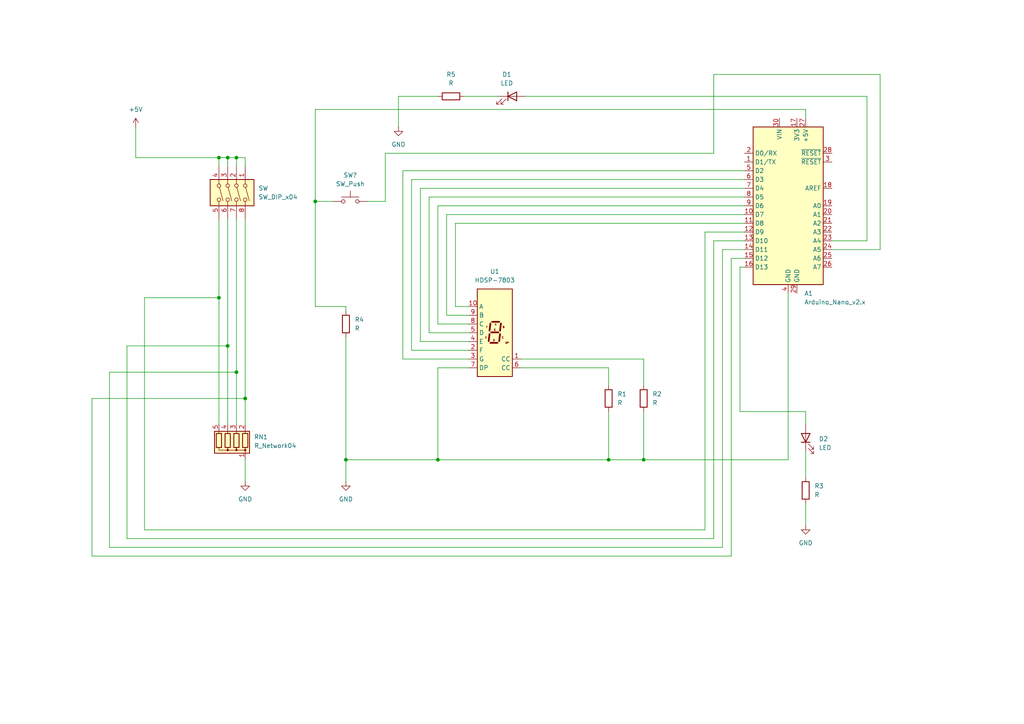
<source format=kicad_sch>
(kicad_sch (version 20250114) (generator "eeschema") (generator_version "9.0")
  (paper "A4")
  (title_block (title "'Ardu-Dice' Project"))
  (lib_symbols
    (symbol "Device:LED" (pin_numbers (hide yes)) (pin_names (offset 1.016) (hide yes))
      (property "Reference" "D" (at 0 2.54 0))
      (property "Value" "LED" (at 0 -2.54 0))
      (symbol "LED_0_1"
        (polyline (pts (xy -3.048 -0.762) (xy -4.572 -2.286) (xy -3.81 -2.286) (xy -4.572 -2.286) (xy -4.572 -1.524)))
        (polyline (pts (xy -1.778 -0.762) (xy -3.302 -2.286) (xy -2.54 -2.286) (xy -3.302 -2.286) (xy -3.302 -1.524)))
        (polyline (pts (xy -1.27 0) (xy 1.27 0)))
        (polyline (pts (xy -1.27 -1.27) (xy -1.27 1.27)) (stroke (width 0.254)))
        (polyline (pts (xy 1.27 -1.27) (xy 1.27 1.27) (xy -1.27 0) (xy 1.27 -1.27)) (stroke (width 0.254)))
      )
      (symbol "LED_1_1"
        (pin passive line (at -3.81 0 0) (length 2.54) (name "K") (number "1"))
        (pin passive line (at 3.81 0 180) (length 2.54) (name "A") (number "2"))
      )
    )
    (symbol "Device:R" (pin_numbers (hide yes)) (pin_names (offset 0))
      (property "Reference" "R" (at 2.032 0 90))
      (property "Value" "R" (at 0 0 90))
      (symbol "R_0_1"
        (rectangle (start -1.016 -2.54) (end 1.016 2.54) (stroke (width 0.254)))
      )
      (symbol "R_1_1"
        (pin passive line (at 0 3.81 270) (length 1.27) (name "~") (number "1"))
        (pin passive line (at 0 -3.81 90) (length 1.27) (name "~") (number "2"))
      )
    )
    (symbol "Device:R_Network04" (pin_names (offset 0) (hide yes))
      (property "Reference" "RN" (at -7.62 0 90))
      (property "Value" "R_Network04" (at 5.08 0 90))
      (symbol "R_Network04_0_1"
        (rectangle (start -6.35 -3.175) (end 3.81 3.175) (stroke (width 0.254)) (fill (type background)))
        (rectangle (start -5.842 1.524) (end -4.318 -2.54) (stroke (width 0.254)))
        (circle (center -5.08 2.286) (radius 0.254) (fill (type outline)))
        (polyline (pts (xy -5.08 1.524) (xy -5.08 2.286) (xy -2.54 2.286) (xy -2.54 1.524)))
        (polyline (pts (xy -5.08 -2.54) (xy -5.08 -3.81)))
        (rectangle (start -3.302 1.524) (end -1.778 -2.54) (stroke (width 0.254)))
        (circle (center -2.54 2.286) (radius 0.254) (fill (type outline)))
        (polyline (pts (xy -2.54 1.524) (xy -2.54 2.286) (xy 0 2.286) (xy 0 1.524)))
        (polyline (pts (xy -2.54 -2.54) (xy -2.54 -3.81)))
        (rectangle (start -0.762 1.524) (end 0.762 -2.54) (stroke (width 0.254)))
        (circle (center 0 2.286) (radius 0.254) (fill (type outline)))
        (polyline (pts (xy 0 1.524) (xy 0 2.286) (xy 2.54 2.286) (xy 2.54 1.524)))
        (polyline (pts (xy 0 -2.54) (xy 0 -3.81)))
        (rectangle (start 1.778 1.524) (end 3.302 -2.54) (stroke (width 0.254)))
        (polyline (pts (xy 2.54 -2.54) (xy 2.54 -3.81)))
      )
      (symbol "R_Network04_1_1"
        (pin passive line (at -5.08 5.08 270) (length 2.54) (name "common") (number "1"))
        (pin passive line (at -5.08 -5.08 90) (length 1.27) (name "R1") (number "2"))
        (pin passive line (at -2.54 -5.08 90) (length 1.27) (name "R2") (number "3"))
        (pin passive line (at 0 -5.08 90) (length 1.27) (name "R3") (number "4"))
        (pin passive line (at 2.54 -5.08 90) (length 1.27) (name "R4") (number "5"))
      )
    )
    (symbol "Display_Character:HDSP-7803"
      (property "Reference" "U" (at -3.81 13.97 0))
      (property "Value" "HDSP-7803" (at 6.35 13.97 0))
      (symbol "HDSP-7803_1_0"
        (text "E" (at -2.54 -1.397 0) (effects (font (size 0.508 0.508))))
        (text "F" (at -2.286 1.651 0) (effects (font (size 0.508 0.508))))
        (text "D" (at -0.254 -2.159 0) (effects (font (size 0.508 0.508))))
        (text "G" (at 0 0.889 0) (effects (font (size 0.508 0.508))))
        (text "A" (at 0.254 2.413 0) (effects (font (size 0.508 0.508))))
        (text "C" (at 2.286 -1.397 0) (effects (font (size 0.508 0.508))))
        (text "B" (at 2.54 1.651 0) (effects (font (size 0.508 0.508))))
        (text "DP" (at 3.556 -2.921 0) (effects (font (size 0.508 0.508))))
      )
      (symbol "HDSP-7803_1_1"
        (rectangle (start -5.08 12.7) (end 5.08 -12.7) (stroke (width 0.254)) (fill (type background)))
        (polyline (pts (xy -1.524 -0.381) (xy -1.778 -2.413)) (stroke (width 0.508)))
        (polyline (pts (xy -1.27 2.667) (xy -1.524 0.635)) (stroke (width 0.508)))
        (polyline (pts (xy -1.27 -2.921) (xy 0.762 -2.921)) (stroke (width 0.508)))
        (polyline (pts (xy -1.016 0.127) (xy 1.016 0.127)) (stroke (width 0.508)))
        (polyline (pts (xy -0.762 3.175) (xy 1.27 3.175)) (stroke (width 0.508)))
        (polyline (pts (xy 1.524 -0.381) (xy 1.27 -2.413)) (stroke (width 0.508)))
        (polyline (pts (xy 1.778 2.667) (xy 1.524 0.635)) (stroke (width 0.508)))
        (polyline (pts (xy 2.54 -2.921) (xy 2.54 -2.921)) (stroke (width 0.508)))
        (pin input line (at -7.62 7.62 0) (length 2.54) (name "A") (number "10"))
        (pin input line (at -7.62 5.08 0) (length 2.54) (name "B") (number "9"))
        (pin input line (at -7.62 2.54 0) (length 2.54) (name "C") (number "8"))
        (pin input line (at -7.62 0 0) (length 2.54) (name "D") (number "5"))
        (pin input line (at -7.62 -2.54 0) (length 2.54) (name "E") (number "4"))
        (pin input line (at -7.62 -5.08 0) (length 2.54) (name "F") (number "2"))
        (pin input line (at -7.62 -7.62 0) (length 2.54) (name "G") (number "3"))
        (pin input line (at -7.62 -10.16 0) (length 2.54) (name "DP") (number "7"))
        (pin input line (at 7.62 -7.62 180) (length 2.54) (name "CC") (number "1"))
        (pin input line (at 7.62 -10.16 180) (length 2.54) (name "CC") (number "6"))
      )
    )
    (symbol "MCU_Module:Arduino_Nano_v2.x"
      (property "Reference" "A" (at -10.16 23.495 0))
      (property "Value" "Arduino_Nano_v2.x" (at 5.08 -24.13 0))
      (symbol "Arduino_Nano_v2.x_0_1"
        (rectangle (start -10.16 22.86) (end 10.16 -22.86) (stroke (width 0.254)) (fill (type background)))
      )
      (symbol "Arduino_Nano_v2.x_1_1"
        (pin bidirectional line (at -12.7 15.24 0) (length 2.54) (name "D0/RX") (number "2"))
        (pin bidirectional line (at -12.7 12.7 0) (length 2.54) (name "D1/TX") (number "1"))
        (pin bidirectional line (at -12.7 10.16 0) (length 2.54) (name "D2") (number "5"))
        (pin bidirectional line (at -12.7 7.62 0) (length 2.54) (name "D3") (number "6"))
        (pin bidirectional line (at -12.7 5.08 0) (length 2.54) (name "D4") (number "7"))
        (pin bidirectional line (at -12.7 2.54 0) (length 2.54) (name "D5") (number "8"))
        (pin bidirectional line (at -12.7 0 0) (length 2.54) (name "D6") (number "9"))
        (pin bidirectional line (at -12.7 -2.54 0) (length 2.54) (name "D7") (number "10"))
        (pin bidirectional line (at -12.7 -5.08 0) (length 2.54) (name "D8") (number "11"))
        (pin bidirectional line (at -12.7 -7.62 0) (length 2.54) (name "D9") (number "12"))
        (pin bidirectional line (at -12.7 -10.16 0) (length 2.54) (name "D10") (number "13"))
        (pin bidirectional line (at -12.7 -12.7 0) (length 2.54) (name "D11") (number "14"))
        (pin bidirectional line (at -12.7 -15.24 0) (length 2.54) (name "D12") (number "15"))
        (pin bidirectional line (at -12.7 -17.78 0) (length 2.54) (name "D13") (number "16"))
        (pin power_in line (at -2.54 25.4 270) (length 2.54) (name "VIN") (number "30"))
        (pin power_in line (at 0 -25.4 90) (length 2.54) (name "GND") (number "4"))
        (pin power_out line (at 2.54 25.4 270) (length 2.54) (name "3V3") (number "17"))
        (pin power_in line (at 2.54 -25.4 90) (length 2.54) (name "GND") (number "29"))
        (pin power_out line (at 5.08 25.4 270) (length 2.54) (name "+5V") (number "27"))
        (pin input line (at 12.7 15.24 180) (length 2.54) (name "~{RESET}") (number "28"))
        (pin input line (at 12.7 12.7 180) (length 2.54) (name "~{RESET}") (number "3"))
        (pin input line (at 12.7 5.08 180) (length 2.54) (name "AREF") (number "18"))
        (pin bidirectional line (at 12.7 0 180) (length 2.54) (name "A0") (number "19"))
        (pin bidirectional line (at 12.7 -2.54 180) (length 2.54) (name "A1") (number "20"))
        (pin bidirectional line (at 12.7 -5.08 180) (length 2.54) (name "A2") (number "21"))
        (pin bidirectional line (at 12.7 -7.62 180) (length 2.54) (name "A3") (number "22"))
        (pin bidirectional line (at 12.7 -10.16 180) (length 2.54) (name "A4") (number "23"))
        (pin bidirectional line (at 12.7 -12.7 180) (length 2.54) (name "A5") (number "24"))
        (pin bidirectional line (at 12.7 -15.24 180) (length 2.54) (name "A6") (number "25"))
        (pin bidirectional line (at 12.7 -17.78 180) (length 2.54) (name "A7") (number "26"))
      )
    )
    (symbol "Switch:SW_DIP_x04" (pin_names (offset 0) (hide yes))
      (property "Reference" "SW" (at 0 8.89 0))
      (property "Value" "SW_DIP_x04" (at 0 -6.35 0))
      (symbol "SW_DIP_x04_0_0"
        (circle (center -2.032 5.08) (radius 0.508))
        (circle (center -2.032 2.54) (radius 0.508))
        (circle (center -2.032 0) (radius 0.508))
        (circle (center -2.032 -2.54) (radius 0.508))
        (polyline (pts (xy -1.524 5.207) (xy 2.3622 6.2484)))
        (polyline (pts (xy -1.524 2.667) (xy 2.3622 3.7084)))
        (polyline (pts (xy -1.524 0.127) (xy 2.3622 1.1684)))
        (polyline (pts (xy -1.524 -2.3876) (xy 2.3622 -1.3462)))
        (circle (center 2.032 5.08) (radius 0.508))
        (circle (center 2.032 2.54) (radius 0.508))
        (circle (center 2.032 0) (radius 0.508))
        (circle (center 2.032 -2.54) (radius 0.508))
      )
      (symbol "SW_DIP_x04_0_1"
        (rectangle (start -3.81 7.62) (end 3.81 -5.08) (stroke (width 0.254)) (fill (type background)))
      )
      (symbol "SW_DIP_x04_1_1"
        (pin passive line (at -7.62 5.08 0) (length 5.08) (name "~") (number "1"))
        (pin passive line (at -7.62 2.54 0) (length 5.08) (name "~") (number "2"))
        (pin passive line (at -7.62 0 0) (length 5.08) (name "~") (number "3"))
        (pin passive line (at -7.62 -2.54 0) (length 5.08) (name "~") (number "4"))
        (pin passive line (at 7.62 5.08 180) (length 5.08) (name "~") (number "8"))
        (pin passive line (at 7.62 2.54 180) (length 5.08) (name "~") (number "7"))
        (pin passive line (at 7.62 0 180) (length 5.08) (name "~") (number "6"))
        (pin passive line (at 7.62 -2.54 180) (length 5.08) (name "~") (number "5"))
      )
    )
    (symbol "Switch:SW_Push" (pin_numbers (hide yes)) (pin_names (offset 1.016) (hide yes))
      (property "Reference" "SW" (at 1.27 2.54 0))
      (property "Value" "SW_Push" (at 0 -1.524 0))
      (symbol "SW_Push_0_1"
        (circle (center -2.032 0) (radius 0.508))
        (polyline (pts (xy 0 1.27) (xy 0 3.048)))
        (circle (center 2.032 0) (radius 0.508))
        (polyline (pts (xy 2.54 1.27) (xy -2.54 1.27)))
        (pin passive line (at -5.08 0 0) (length 2.54) (name "1") (number "1"))
        (pin passive line (at 5.08 0 180) (length 2.54) (name "2") (number "2"))
      )
    )
    (symbol "power:+5V" (power) (pin_numbers (hide yes)) (pin_names (offset 0) (hide yes))
      (property "Value" "+5V" (at 0 3.556 0))
      (symbol "+5V_0_1"
        (polyline (pts (xy -0.762 1.27) (xy 0 2.54)))
        (polyline (pts (xy 0 2.54) (xy 0.762 1.27)))
        (polyline (pts (xy 0 0) (xy 0 2.54)))
      )
      (symbol "+5V_1_1"
        (pin power_in line (at 0 0 90) (length 0) (name "~") (number "1"))
      )
    )
    (symbol "power:GND" (power) (pin_numbers (hide yes)) (pin_names (offset 0) (hide yes))
      (property "Value" "GND" (at 0 -3.81 0))
      (symbol "GND_0_1"
        (polyline (pts (xy 0 0) (xy 0 -1.27) (xy 1.27 -1.27) (xy 0 -2.54) (xy -1.27 -1.27) (xy 0 -1.27)))
      )
      (symbol "GND_1_1"
        (pin power_in line (at 0 0 270) (length 0) (name "~") (number "1"))
      )
    )
  )
  (junction (at 66.04 100.33))
  (junction (at 66.04 45.72))
  (junction (at 68.58 107.95))
  (junction (at 176.53 133.35))
  (junction (at 91.44 58.42))
  (junction (at 71.12 115.57))
  (junction (at 68.58 45.72))
  (junction (at 186.69 133.35))
  (junction (at 63.5 45.72))
  (junction (at 63.5 86.36))
  (junction (at 100.33 133.35))
  (junction (at 127 133.35))
  (wire (pts (xy 71.12 115.57) (xy 71.12 123.19)))
  (wire (pts (xy 151.13 104.14) (xy 186.69 104.14)))
  (wire (pts (xy 207.01 21.59) (xy 255.27 21.59)))
  (wire (pts (xy 209.55 72.39) (xy 209.55 158.75)))
  (wire (pts (xy 100.33 133.35) (xy 127 133.35)))
  (wire (pts (xy 31.75 107.95) (xy 31.75 158.75)))
  (wire (pts (xy 207.01 21.59) (xy 207.01 44.45)))
  (wire (pts (xy 116.84 49.53) (xy 215.9 49.53)))
  (wire (pts (xy 233.68 119.38) (xy 233.68 123.19)))
  (wire (pts (xy 209.55 72.39) (xy 215.9 72.39)))
  (wire (pts (xy 91.44 31.75) (xy 233.68 31.75)))
  (wire (pts (xy 115.57 27.94) (xy 127 27.94)))
  (wire (pts (xy 26.67 161.29) (xy 212.09 161.29)))
  (wire (pts (xy 63.5 86.36) (xy 63.5 123.19)))
  (wire (pts (xy 127 93.98) (xy 135.89 93.98)))
  (wire (pts (xy 129.54 91.44) (xy 135.89 91.44)))
  (wire (pts (xy 127 59.69) (xy 215.9 59.69)))
  (wire (pts (xy 119.38 52.07) (xy 215.9 52.07)))
  (wire (pts (xy 41.91 86.36) (xy 41.91 153.67)))
  (wire (pts (xy 71.12 63.5) (xy 71.12 115.57)))
  (wire (pts (xy 186.69 133.35) (xy 228.6 133.35)))
  (wire (pts (xy 212.09 74.93) (xy 212.09 161.29)))
  (wire (pts (xy 119.38 101.6) (xy 135.89 101.6)))
  (wire (pts (xy 212.09 74.93) (xy 215.9 74.93)))
  (wire (pts (xy 132.08 88.9) (xy 135.89 88.9)))
  (wire (pts (xy 186.69 104.14) (xy 186.69 111.76)))
  (wire (pts (xy 233.68 152.4) (xy 233.68 146.05)))
  (wire (pts (xy 71.12 45.72) (xy 71.12 48.26)))
  (wire (pts (xy 26.67 115.57) (xy 26.67 161.29)))
  (wire (pts (xy 204.47 67.31) (xy 215.9 67.31)))
  (wire (pts (xy 214.63 77.47) (xy 215.9 77.47)))
  (wire (pts (xy 121.92 99.06) (xy 135.89 99.06)))
  (wire (pts (xy 152.4 27.94) (xy 251.46 27.94)))
  (wire (pts (xy 68.58 45.72) (xy 71.12 45.72)))
  (wire (pts (xy 100.33 139.7) (xy 100.33 133.35)))
  (wire (pts (xy 151.13 106.68) (xy 176.53 106.68)))
  (wire (pts (xy 39.37 45.72) (xy 63.5 45.72)))
  (wire (pts (xy 233.68 130.81) (xy 233.68 138.43)))
  (wire (pts (xy 106.68 58.42) (xy 111.76 58.42)))
  (wire (pts (xy 207.01 69.85) (xy 215.9 69.85)))
  (wire (pts (xy 66.04 63.5) (xy 66.04 100.33)))
  (wire (pts (xy 71.12 139.7) (xy 71.12 133.35)))
  (wire (pts (xy 124.46 57.15) (xy 215.9 57.15)))
  (wire (pts (xy 121.92 54.61) (xy 121.92 99.06)))
  (wire (pts (xy 36.83 156.21) (xy 207.01 156.21)))
  (wire (pts (xy 39.37 36.83) (xy 39.37 45.72)))
  (wire (pts (xy 228.6 85.09) (xy 228.6 133.35)))
  (wire (pts (xy 36.83 100.33) (xy 66.04 100.33)))
  (wire (pts (xy 214.63 119.38) (xy 233.68 119.38)))
  (wire (pts (xy 66.04 100.33) (xy 66.04 123.19)))
  (wire (pts (xy 207.01 69.85) (xy 207.01 156.21)))
  (wire (pts (xy 124.46 96.52) (xy 135.89 96.52)))
  (wire (pts (xy 63.5 45.72) (xy 66.04 45.72)))
  (wire (pts (xy 127 106.68) (xy 127 133.35)))
  (wire (pts (xy 41.91 86.36) (xy 63.5 86.36)))
  (wire (pts (xy 36.83 100.33) (xy 36.83 156.21)))
  (wire (pts (xy 66.04 45.72) (xy 68.58 45.72)))
  (wire (pts (xy 116.84 104.14) (xy 135.89 104.14)))
  (wire (pts (xy 176.53 133.35) (xy 186.69 133.35)))
  (wire (pts (xy 66.04 45.72) (xy 66.04 48.26)))
  (wire (pts (xy 68.58 107.95) (xy 68.58 123.19)))
  (wire (pts (xy 111.76 44.45) (xy 207.01 44.45)))
  (wire (pts (xy 26.67 115.57) (xy 71.12 115.57)))
  (wire (pts (xy 63.5 45.72) (xy 63.5 48.26)))
  (wire (pts (xy 129.54 62.23) (xy 215.9 62.23)))
  (wire (pts (xy 132.08 64.77) (xy 132.08 88.9)))
  (wire (pts (xy 186.69 119.38) (xy 186.69 133.35)))
  (wire (pts (xy 100.33 88.9) (xy 100.33 90.17)))
  (wire (pts (xy 214.63 77.47) (xy 214.63 119.38)))
  (wire (pts (xy 132.08 64.77) (xy 215.9 64.77)))
  (wire (pts (xy 111.76 44.45) (xy 111.76 58.42)))
  (wire (pts (xy 176.53 106.68) (xy 176.53 111.76)))
  (wire (pts (xy 115.57 36.83) (xy 115.57 27.94)))
  (wire (pts (xy 31.75 158.75) (xy 209.55 158.75)))
  (wire (pts (xy 144.78 27.94) (xy 134.62 27.94)))
  (wire (pts (xy 241.3 72.39) (xy 255.27 72.39)))
  (wire (pts (xy 127 59.69) (xy 127 93.98)))
  (wire (pts (xy 91.44 31.75) (xy 91.44 58.42)))
  (wire (pts (xy 129.54 62.23) (xy 129.54 91.44)))
  (wire (pts (xy 204.47 67.31) (xy 204.47 153.67)))
  (wire (pts (xy 116.84 49.53) (xy 116.84 104.14)))
  (wire (pts (xy 41.91 153.67) (xy 204.47 153.67)))
  (wire (pts (xy 91.44 58.42) (xy 91.44 88.9)))
  (wire (pts (xy 176.53 119.38) (xy 176.53 133.35)))
  (wire (pts (xy 91.44 88.9) (xy 100.33 88.9)))
  (wire (pts (xy 124.46 57.15) (xy 124.46 96.52)))
  (wire (pts (xy 127 133.35) (xy 176.53 133.35)))
  (wire (pts (xy 241.3 69.85) (xy 251.46 69.85)))
  (wire (pts (xy 255.27 21.59) (xy 255.27 72.39)))
  (wire (pts (xy 233.68 31.75) (xy 233.68 34.29)))
  (wire (pts (xy 100.33 97.79) (xy 100.33 133.35)))
  (wire (pts (xy 121.92 54.61) (xy 215.9 54.61)))
  (wire (pts (xy 68.58 45.72) (xy 68.58 48.26)))
  (wire (pts (xy 63.5 63.5) (xy 63.5 86.36)))
  (wire (pts (xy 96.52 58.42) (xy 91.44 58.42)))
  (wire (pts (xy 68.58 63.5) (xy 68.58 107.95)))
  (wire (pts (xy 119.38 52.07) (xy 119.38 101.6)))
  (wire (pts (xy 127 106.68) (xy 135.89 106.68)))
  (wire (pts (xy 31.75 107.95) (xy 68.58 107.95)))
  (wire (pts (xy 251.46 27.94) (xy 251.46 69.85)))
  (symbol (lib_id "Device:R") (at 186.69 115.57 0) (unit 1)
    (property "Reference" "R2" (at 189.23 114.2999 0) (effects (justify left)))
    (property "Value" "R" (at 189.23 116.8399 0) (effects (justify left)))
    (property "Description" "Resistor" (effects (hide yes)))
  )
  (symbol (lib_id "Switch:SW_Push") (at 101.6 58.42 0) (unit 1)
    (property "Reference" "SW?" (at 101.6 50.8 0))
    (property "Value" "SW_Push" (at 101.6 53.34 0))
    (property "Description" "Push button switch, generic, two pins" (effects (hide yes)))
  )
  (symbol (lib_id "Device:R") (at 233.68 142.24 0) (unit 1)
    (property "Reference" "R3" (at 236.22 140.9699 0) (effects (justify left)))
    (property "Value" "R" (at 236.22 143.5099 0) (effects (justify left)))
    (property "Description" "Resistor" (effects (hide yes)))
  )
  (symbol (lib_id "Display_Character:HDSP-7803") (at 143.51 96.52 0) (unit 1)
    (property "Reference" "U1" (at 143.51 78.74 0))
    (property "Value" "HDSP-7803" (at 143.51 81.28 0))
    (property "Footprint" "Display_7Segment:HDSP-7801" (effects (hide yes)))
    (property "Datasheet" "https://docs.broadcom.com/docs/AV02-2553EN" (effects (hide yes)))
    (property "Description" "One digit 7 segment green, common cathode" (effects (hide yes)))
  )
  (symbol (lib_id "Device:R") (at 176.53 115.57 0) (unit 1)
    (property "Reference" "R1" (at 179.07 114.2999 0) (effects (justify left)))
    (property "Value" "R" (at 179.07 116.8399 0) (effects (justify left)))
    (property "Description" "Resistor" (effects (hide yes)))
  )
  (symbol (lib_id "power:GND") (at 71.12 139.7 0) (unit 1)
    (property "Reference" "#PWR03" (effects (hide yes)))
    (property "Value" "GND" (at 71.12 144.78 0))
    (property "Description" "Power symbol creates a global label with name \"GND\" , ground" (effects (hide yes)))
  )
  (symbol (lib_id "MCU_Module:Arduino_Nano_v2.x") (at 228.6 59.69 0) (unit 1)
    (property "Reference" "A1" (at 233.2833 85.09 0) (effects (justify left)))
    (property "Value" "Arduino_Nano_v2.x" (at 233.2833 87.63 0) (effects (justify left)))
    (property "Footprint" "Module:Arduino_Nano" (effects (hide yes)))
    (property "Datasheet" "https://www.arduino.cc/en/uploads/Main/ArduinoNanoManual23.pdf" (effects (hide yes)))
    (property "Description" "Arduino Nano v2.x" (effects (hide yes)))
  )
  (symbol (lib_id "power:GND") (at 115.57 36.83 0) (unit 1)
    (property "Reference" "#PWR02" (effects (hide yes)))
    (property "Value" "GND" (at 115.57 41.91 0))
    (property "Description" "Power symbol creates a global label with name \"GND\" , ground" (effects (hide yes)))
  )
  (symbol (lib_id "Device:LED") (at 233.68 127 90) (unit 1)
    (property "Reference" "D2" (at 237.49 127.3174 90) (effects (justify right)))
    (property "Value" "LED" (at 237.49 129.8574 90) (effects (justify right)))
    (property "Description" "Light emitting diode" (effects (hide yes)))
    (property "Sim.Pins" "1=K 2=A" (effects (hide yes)))
  )
  (symbol (lib_id "power:GND") (at 233.68 152.4 0) (unit 1)
    (property "Reference" "#PWR01" (effects (hide yes)))
    (property "Value" "GND" (at 233.68 157.48 0))
    (property "Description" "Power symbol creates a global label with name \"GND\" , ground" (effects (hide yes)))
  )
  (symbol (lib_id "Device:R") (at 100.33 93.98 0) (unit 1)
    (property "Reference" "R4" (at 102.87 92.7099 0) (effects (justify left)))
    (property "Value" "R" (at 102.87 95.2499 0) (effects (justify left)))
    (property "Description" "Resistor" (effects (hide yes)))
  )
  (symbol (lib_id "power:+5V") (at 39.37 36.83 0) (unit 1)
    (property "Reference" "#PWR04" (effects (hide yes)))
    (property "Value" "+5V" (at 39.37 31.75 0))
    (property "Description" "Power symbol creates a global label with name \"+5V\"" (effects (hide yes)))
  )
  (symbol (lib_id "Switch:SW_DIP_x04") (at 66.04 55.88 270) (unit 1)
    (property "Reference" "SW" (at 74.93 54.6099 90) (effects (justify left)))
    (property "Value" "SW_DIP_x04" (at 74.93 57.1499 90) (effects (justify left)))
    (property "Description" "4x DIP Switch, Single Pole Single Throw (SPST) switch, small symbol" (effects (hide yes)))
  )
  (symbol (lib_id "power:GND") (at 100.33 139.7 0) (unit 1)
    (property "Reference" "#PWR05" (effects (hide yes)))
    (property "Value" "GND" (at 100.33 144.78 0))
    (property "Description" "Power symbol creates a global label with name \"GND\" , ground" (effects (hide yes)))
  )
  (symbol (lib_id "Device:R") (at 130.81 27.94 90) (unit 1)
    (property "Reference" "R5" (at 130.81 21.59 90))
    (property "Value" "R" (at 130.81 24.13 90))
    (property "Description" "Resistor" (effects (hide yes)))
  )
  (symbol (lib_id "Device:LED") (at 148.59 27.94 0) (unit 1)
    (property "Reference" "D1" (at 147.0025 21.59 0))
    (property "Value" "LED" (at 147.0025 24.13 0))
    (property "Description" "Light emitting diode" (effects (hide yes)))
    (property "Sim.Pins" "1=K 2=A" (effects (hide yes)))
  )
  (symbol (lib_id "Device:R_Network04") (at 66.04 128.27 180) (unit 1)
    (property "Reference" "RN1" (at 73.66 126.7459 0) (effects (justify right)))
    (property "Value" "R_Network04" (at 73.66 129.2859 0) (effects (justify right)))
    (property "Footprint" "Resistor_THT:R_Array_SIP5" (effects (hide yes)))
    (property "Datasheet" "http://www.vishay.com/docs/31509/csc.pdf" (effects (hide yes)))
    (property "Description" "4 resistor network, star topology, bussed resistors, small symbol" (effects (hide yes)))
  )
)
</source>
